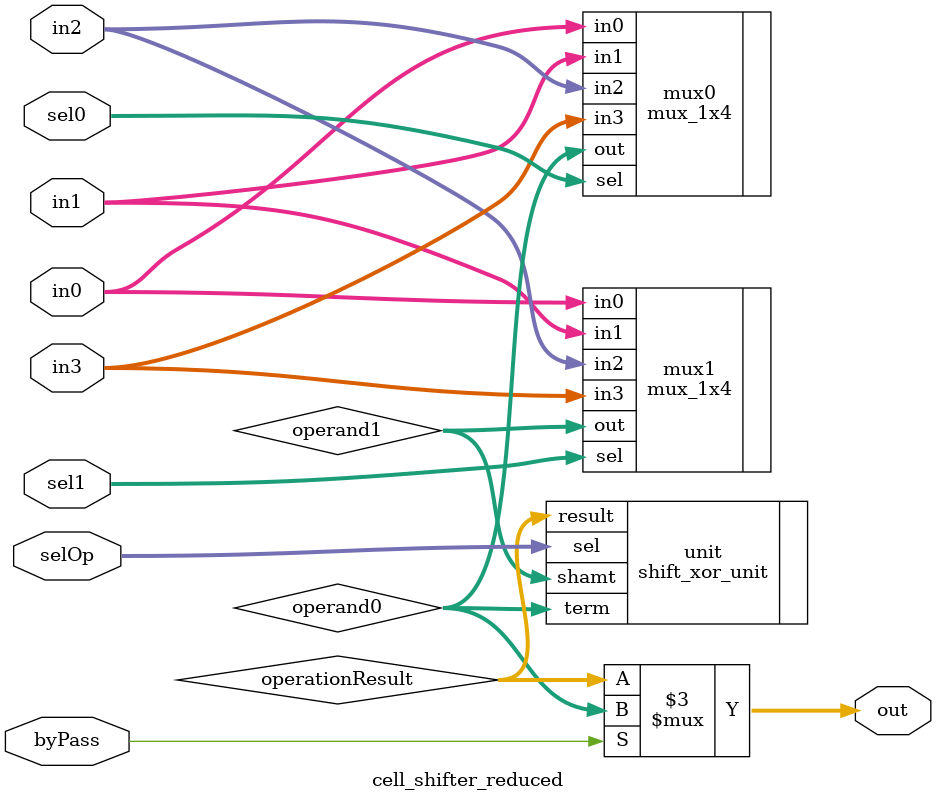
<source format=v>

/* Operations: 	- Shift Left Logic (selOp = 0)
				- Shift Right Logic (selOp = 1)
				- Shift Right Arithmetic (selOp = 2)
				- Bitwise XOR (selOp = 3)
   NOTE: ALL SHIFT OPERATIONS USE THE LOWEST $clog2(WIDTH) BITS OF THE shamt (by default, it means the last 5 things)
*/

module cell_shifter_reduced(
	in0,	//I: inputs
	in1,
	in2,
	in3,
	byPass, //I: bypass signal - if set, the output will be the operand input given by the sel0 selection signal
	sel0,	//I: operands selections
	sel1,
	selOp,	//I: operation selection 
	out		//O: result of shifting operation
);

	parameter WIDTH = 32;
	
	input [(WIDTH - 1) : 0] in0;
	input [(WIDTH - 1) : 0] in1;
	input [(WIDTH - 1) : 0] in2;
	input [(WIDTH - 1) : 0] in3;
	
	input [1:0] sel0;
	input [1:0] sel1;
	input [1:0] selOp;
	input byPass;
	
	output reg[(WIDTH - 1) : 0] out;
	
	wire [(WIDTH - 1) : 0] operand0;
	wire [(WIDTH - 1) : 0] operand1;
	
	wire [(WIDTH - 1) : 0] operationResult;

	mux_1x4 #(WIDTH) mux0(.in0(in0), .in1(in1), .in2(in2), .in3(in3), .sel(sel0), .out(operand0));
	mux_1x4 #(WIDTH) mux1(.in0(in0), .in1(in1), .in2(in2), .in3(in3), .sel(sel1), .out(operand1));
	
	shift_xor_unit #(WIDTH) unit(.term(operand0), .shamt(operand1), .sel(selOp), .result(operationResult));
	
	always @*
		if (byPass)
			out = operand0;
		else
			out = operationResult;
	
endmodule
</source>
